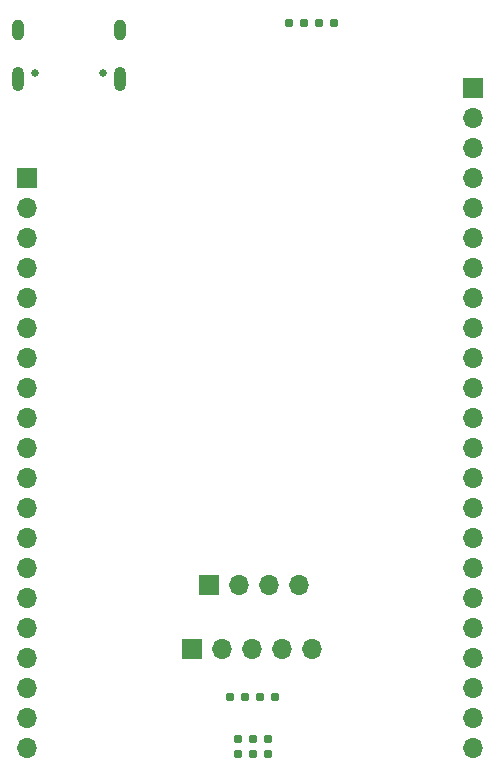
<source format=gbr>
%TF.GenerationSoftware,KiCad,Pcbnew,8.0.7*%
%TF.CreationDate,2025-01-26T21:31:55+01:00*%
%TF.ProjectId,samd21_breakout,73616d64-3231-45f6-9272-65616b6f7574,rev?*%
%TF.SameCoordinates,Original*%
%TF.FileFunction,Soldermask,Bot*%
%TF.FilePolarity,Negative*%
%FSLAX46Y46*%
G04 Gerber Fmt 4.6, Leading zero omitted, Abs format (unit mm)*
G04 Created by KiCad (PCBNEW 8.0.7) date 2025-01-26 21:31:55*
%MOMM*%
%LPD*%
G01*
G04 APERTURE LIST*
%ADD10C,0.787400*%
%ADD11C,0.650000*%
%ADD12O,1.000000X2.100000*%
%ADD13O,1.000000X1.800000*%
%ADD14R,1.700000X1.700000*%
%ADD15O,1.700000X1.700000*%
G04 APERTURE END LIST*
D10*
%TO.C,J7*%
X123310000Y-138230000D03*
X123310000Y-136960000D03*
X124580000Y-138230000D03*
X124580000Y-136960000D03*
X125850000Y-138230000D03*
X125850000Y-136960000D03*
%TD*%
%TO.C,J1*%
X122640000Y-133400000D03*
X123910000Y-133400000D03*
X125180000Y-133400000D03*
X126450000Y-133400000D03*
%TD*%
D11*
%TO.C,J3*%
X111890000Y-80605000D03*
X106110000Y-80605000D03*
D12*
X113320000Y-81105000D03*
D13*
X113320000Y-76925000D03*
D12*
X104680000Y-81105000D03*
D13*
X104680000Y-76925000D03*
%TD*%
D10*
%TO.C,J8*%
X131450000Y-76325000D03*
X130180000Y-76325000D03*
X128910000Y-76325000D03*
X127640000Y-76325000D03*
%TD*%
D14*
%TO.C,J5*%
X143190000Y-81830000D03*
D15*
X143190000Y-84370000D03*
X143190000Y-86910000D03*
X143190000Y-89450000D03*
X143190000Y-91990000D03*
X143190000Y-94530000D03*
X143190000Y-97070000D03*
X143190000Y-99610000D03*
X143190000Y-102150000D03*
X143190000Y-104690000D03*
X143190000Y-107230000D03*
X143190000Y-109770000D03*
X143190000Y-112310000D03*
X143190000Y-114850000D03*
X143190000Y-117390000D03*
X143190000Y-119930000D03*
X143190000Y-122470000D03*
X143190000Y-125010000D03*
X143190000Y-127550000D03*
X143190000Y-130090000D03*
X143190000Y-132630000D03*
X143190000Y-135170000D03*
X143190000Y-137710000D03*
%TD*%
%TO.C,J2*%
X129640000Y-129350000D03*
X127100000Y-129350000D03*
X124560000Y-129350000D03*
X122020000Y-129350000D03*
D14*
X119480000Y-129350000D03*
%TD*%
%TO.C,J6*%
X120840000Y-123950000D03*
D15*
X123380000Y-123950000D03*
X125920000Y-123950000D03*
X128460000Y-123950000D03*
%TD*%
D14*
%TO.C,J4*%
X105500000Y-89490000D03*
D15*
X105500000Y-92030000D03*
X105500000Y-94570000D03*
X105500000Y-97110000D03*
X105500000Y-99650000D03*
X105500000Y-102190000D03*
X105500000Y-104730000D03*
X105500000Y-107270000D03*
X105500000Y-109810000D03*
X105500000Y-112350000D03*
X105500000Y-114890000D03*
X105500000Y-117430000D03*
X105500000Y-119970000D03*
X105500000Y-122510000D03*
X105500000Y-125050000D03*
X105500000Y-127590000D03*
X105500000Y-130130000D03*
X105500000Y-132670000D03*
X105500000Y-135210000D03*
X105500000Y-137750000D03*
%TD*%
M02*

</source>
